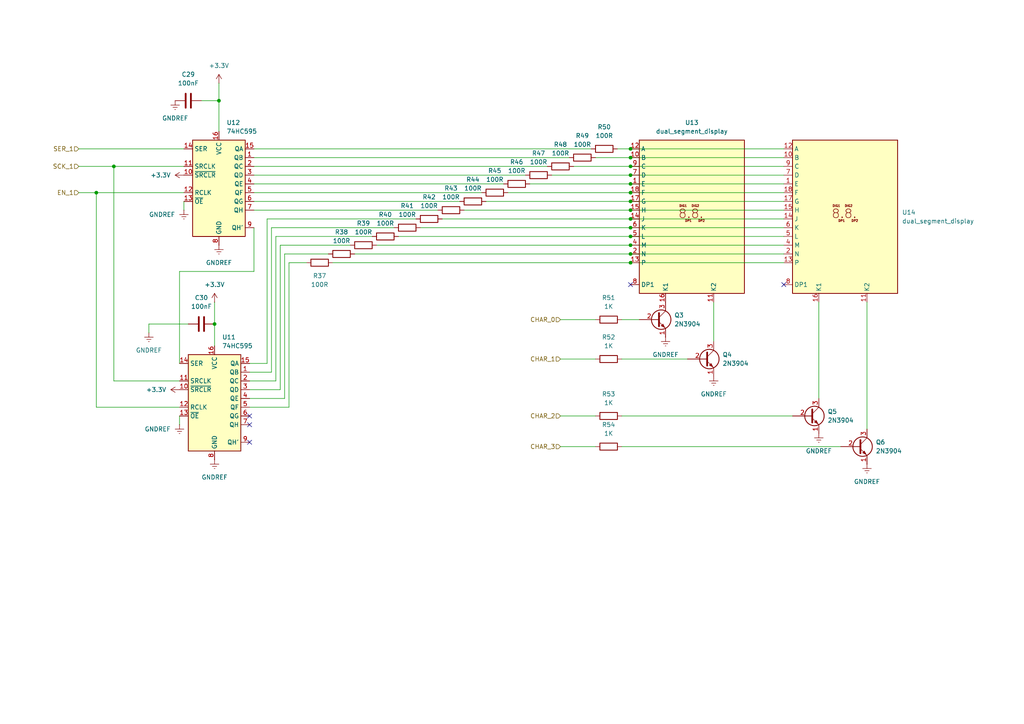
<source format=kicad_sch>
(kicad_sch (version 20231120) (generator "eeschema") (generator_version "8.0")
  (paper "A4")
  (lib_symbols
    (symbol "74xx:74HC595"
      (property "Reference" "U" (at -7.62 13.97 0))
      (property "Value" "74HC595" (at -7.62 -16.51 0))
      (symbol "74HC595_1_0"
        (pin tri_state line (at 10.16 7.62 180) (length 2.54) (name "QB") (number "1"))
        (pin input line (at -10.16 2.54 0) (length 2.54) (name "~{SRCLR}") (number "10"))
        (pin input line (at -10.16 5.08 0) (length 2.54) (name "SRCLK") (number "11"))
        (pin input line (at -10.16 -2.54 0) (length 2.54) (name "RCLK") (number "12"))
        (pin input line (at -10.16 -5.08 0) (length 2.54) (name "~{OE}") (number "13"))
        (pin input line (at -10.16 10.16 0) (length 2.54) (name "SER") (number "14"))
        (pin tri_state line (at 10.16 10.16 180) (length 2.54) (name "QA") (number "15"))
        (pin power_in line (at 0 15.24 270) (length 2.54) (name "VCC") (number "16"))
        (pin tri_state line (at 10.16 5.08 180) (length 2.54) (name "QC") (number "2"))
        (pin tri_state line (at 10.16 2.54 180) (length 2.54) (name "QD") (number "3"))
        (pin tri_state line (at 10.16 0 180) (length 2.54) (name "QE") (number "4"))
        (pin tri_state line (at 10.16 -2.54 180) (length 2.54) (name "QF") (number "5"))
        (pin tri_state line (at 10.16 -5.08 180) (length 2.54) (name "QG") (number "6"))
        (pin tri_state line (at 10.16 -7.62 180) (length 2.54) (name "QH") (number "7"))
        (pin power_in line (at 0 -17.78 90) (length 2.54) (name "GND") (number "8"))
        (pin output line (at 10.16 -12.7 180) (length 2.54) (name "QH'") (number "9"))
      )
      (symbol "74HC595_1_1"
        (rectangle (start -7.62 12.7) (end 7.62 -15.24) (stroke (width 0.254)) (fill (type background)))
      )
    )
    (symbol "Device:C" (pin_numbers hide) (pin_names (offset 0.254))
      (property "Reference" "C" (at 0.635 2.54 0))
      (property "Value" "C" (at 0.635 -2.54 0))
      (symbol "C_0_1"
        (polyline (pts (xy -2.032 -0.762) (xy 2.032 -0.762)) (stroke (width 0.508)))
        (polyline (pts (xy -2.032 0.762) (xy 2.032 0.762)) (stroke (width 0.508)))
      )
      (symbol "C_1_1"
        (pin passive line (at 0 3.81 270) (length 2.794) (name "~") (number "1"))
        (pin passive line (at 0 -3.81 90) (length 2.794) (name "~") (number "2"))
      )
    )
    (symbol "Transistor_BJT:2N3904" (pin_names (offset 0) hide)
      (property "Reference" "Q" (at 5.08 1.905 0))
      (property "Value" "2N3904" (at 5.08 0 0))
      (symbol "2N3904_0_1"
        (polyline (pts (xy 0.635 0.635) (xy 2.54 2.54)))
        (polyline (pts (xy 0.635 -0.635) (xy 2.54 -2.54) (xy 2.54 -2.54)))
        (polyline (pts (xy 0.635 1.905) (xy 0.635 -1.905) (xy 0.635 -1.905)) (stroke (width 0.508)))
        (polyline (pts (xy 1.27 -1.778) (xy 1.778 -1.27) (xy 2.286 -2.286) (xy 1.27 -1.778) (xy 1.27 -1.778)) (fill (type outline)))
        (circle (center 1.27 0) (radius 2.8194) (stroke (width 0.254)))
      )
      (symbol "2N3904_1_1"
        (pin passive line (at 2.54 -5.08 90) (length 2.54) (name "E") (number "1"))
        (pin passive line (at -5.08 0 0) (length 5.715) (name "B") (number "2"))
        (pin passive line (at 2.54 5.08 270) (length 2.54) (name "C") (number "3"))
      )
    )
    (symbol "power:+3.3V" (power) (pin_numbers hide) (pin_names (offset 0) hide)
      (property "Value" "+3.3V" (at 0 3.556 0))
      (symbol "+3.3V_0_1"
        (polyline (pts (xy -0.762 1.27) (xy 0 2.54)))
        (polyline (pts (xy 0 0) (xy 0 2.54)))
        (polyline (pts (xy 0 2.54) (xy 0.762 1.27)))
      )
      (symbol "+3.3V_1_1"
        (pin power_in line (at 0 0 90) (length 0) (name "~") (number "1"))
      )
    )
    (symbol "power:GNDREF" (power) (pin_numbers hide) (pin_names (offset 0) hide)
      (property "Value" "GNDREF" (at 0 -3.81 0))
      (symbol "GNDREF_0_1"
        (polyline (pts (xy -0.635 -1.905) (xy 0.635 -1.905)))
        (polyline (pts (xy -0.127 -2.54) (xy 0.127 -2.54)))
        (polyline (pts (xy 0 -1.27) (xy 0 0)))
        (polyline (pts (xy 1.27 -1.27) (xy -1.27 -1.27)))
      )
      (symbol "GNDREF_1_1"
        (pin power_in line (at 0 0 270) (length 0) (name "~") (number "1"))
      )
    )
    (symbol "synth:R_Default" (pin_numbers hide) (pin_names (offset 0))
      (property "Reference" "R" (at -2.032 0 90))
      (property "Value" "R1" (at 2.032 0 90))
      (symbol "R_Default_0_1"
        (rectangle (start 1.016 -2.54) (end -1.016 2.54) (stroke (width 0.254)))
      )
      (symbol "R_Default_1_1"
        (pin passive line (at 0 -3.81 90) (length 1.27) (name "~") (number "1"))
        (pin passive line (at 0 3.81 270) (length 1.27) (name "~") (number "2"))
      )
    )
    (symbol "synth:dual_segment_display"
      (property "Reference" "U" (at -11.43 13.97 0))
      (property "Value" "dual_segment_display" (at 12.065 13.97 0))
      (symbol "dual_segment_display_0_0"
        (text "8.8." (at 2.286 -8.636 0) (effects (font (size 2.54 2.54))))
        (text "DIG1" (at 0 -6.35 0) (effects (font (size 0.635 0.635))))
        (text "DIG2" (at 3.556 -6.35 0) (effects (font (size 0.635 0.635))))
        (text "DP1" (at 1.524 -10.668 0) (effects (font (size 0.635 0.635))))
        (text "DP2" (at 5.334 -10.668 0) (effects (font (size 0.635 0.635))))
      )
      (symbol "dual_segment_display_0_1"
        (rectangle (start -12.7 12.7) (end 17.78 -31.75) (stroke (width 0.254)) (fill (type background)))
      )
      (symbol "dual_segment_display_1_1"
        (pin input line (at -15.24 0 0) (length 2.54) (name "E") (number "1"))
        (pin input line (at -15.24 7.62 0) (length 2.54) (name "B") (number "10"))
        (pin input line (at 8.89 -34.29 90) (length 2.54) (name "K2") (number "11"))
        (pin input line (at -15.24 10.16 0) (length 2.54) (name "A") (number "12"))
        (pin input line (at -15.24 -22.86 0) (length 2.54) (name "P") (number "13"))
        (pin input line (at -15.24 -10.16 0) (length 2.54) (name "J") (number "14"))
        (pin input line (at -15.24 -7.62 0) (length 2.54) (name "H") (number "15"))
        (pin input line (at -5.08 -34.29 90) (length 2.54) (name "K1") (number "16"))
        (pin input line (at -15.24 -5.08 0) (length 2.54) (name "G") (number "17"))
        (pin input line (at -15.24 -2.54 0) (length 2.54) (name "F") (number "18"))
        (pin input line (at -15.24 -20.32 0) (length 2.54) (name "N") (number "2"))
        (pin input line (at -15.24 -17.78 0) (length 2.54) (name "M") (number "4"))
        (pin input line (at -15.24 -15.24 0) (length 2.54) (name "L") (number "5"))
        (pin input line (at -15.24 -12.7 0) (length 2.54) (name "K") (number "6"))
        (pin input line (at -15.24 2.54 0) (length 2.54) (name "D") (number "7"))
        (pin input line (at -15.24 -29.21 0) (length 2.54) (name "DP1") (number "8"))
        (pin input line (at -15.24 5.08 0) (length 2.54) (name "C") (number "9"))
      )
    )
  )
  (junction (at 182.88 73.66))
  (junction (at 182.88 66.04))
  (junction (at 182.88 76.2))
  (junction (at 182.88 50.8))
  (junction (at 182.88 43.18))
  (junction (at 182.88 63.5))
  (junction (at 182.88 68.58))
  (junction (at 62.23 93.98))
  (junction (at 182.88 48.26))
  (junction (at 182.88 55.88))
  (junction (at 182.88 71.12))
  (junction (at 27.94 55.88))
  (junction (at 182.88 53.34))
  (junction (at 182.88 45.72))
  (junction (at 182.88 58.42))
  (junction (at 63.5 29.21))
  (junction (at 182.88 60.96))
  (junction (at 33.02 48.26))
  (no_connect (at 72.39 120.65))
  (no_connect (at 72.39 128.27))
  (no_connect (at 182.88 82.55))
  (no_connect (at 227.33 82.55))
  (no_connect (at 72.39 123.19))
  (wire (pts (xy 73.66 50.8) (xy 152.4 50.8)))
  (wire (pts (xy 96.52 76.2) (xy 182.88 76.2)))
  (wire (pts (xy 182.88 58.42) (xy 227.33 58.42)))
  (wire (pts (xy 80.01 110.49) (xy 80.01 68.58)))
  (wire (pts (xy 58.42 29.21) (xy 63.5 29.21)))
  (wire (pts (xy 162.56 129.54) (xy 172.72 129.54)))
  (wire (pts (xy 77.47 63.5) (xy 120.65 63.5)))
  (wire (pts (xy 182.88 73.66) (xy 227.33 73.66)))
  (wire (pts (xy 43.18 96.52) (xy 43.18 93.98)))
  (wire (pts (xy 73.66 78.74) (xy 52.07 78.74)))
  (wire (pts (xy 82.55 115.57) (xy 82.55 73.66)))
  (wire (pts (xy 22.86 48.26) (xy 33.02 48.26)))
  (wire (pts (xy 72.39 113.03) (xy 81.28 113.03)))
  (wire (pts (xy 182.88 43.18) (xy 227.33 43.18)))
  (wire (pts (xy 102.87 73.66) (xy 182.88 73.66)))
  (wire (pts (xy 162.56 104.14) (xy 172.72 104.14)))
  (wire (pts (xy 162.56 92.71) (xy 172.72 92.71)))
  (wire (pts (xy 182.88 55.88) (xy 227.33 55.88)))
  (wire (pts (xy 180.34 120.65) (xy 229.87 120.65)))
  (wire (pts (xy 121.92 66.04) (xy 182.88 66.04)))
  (wire (pts (xy 182.88 60.96) (xy 227.33 60.96)))
  (wire (pts (xy 172.72 45.72) (xy 182.88 45.72)))
  (wire (pts (xy 179.07 43.18) (xy 182.88 43.18)))
  (wire (pts (xy 33.02 48.26) (xy 53.34 48.26)))
  (wire (pts (xy 182.88 53.34) (xy 227.33 53.34)))
  (wire (pts (xy 22.86 43.18) (xy 53.34 43.18)))
  (wire (pts (xy 182.88 76.2) (xy 227.33 76.2)))
  (wire (pts (xy 207.01 99.06) (xy 207.01 87.63)))
  (wire (pts (xy 72.39 118.11) (xy 83.82 118.11)))
  (wire (pts (xy 43.18 93.98) (xy 54.61 93.98)))
  (wire (pts (xy 72.39 105.41) (xy 77.47 105.41)))
  (wire (pts (xy 78.74 66.04) (xy 114.3 66.04)))
  (wire (pts (xy 83.82 76.2) (xy 88.9 76.2)))
  (wire (pts (xy 180.34 104.14) (xy 199.39 104.14)))
  (wire (pts (xy 182.88 63.5) (xy 227.33 63.5)))
  (wire (pts (xy 22.86 55.88) (xy 27.94 55.88)))
  (wire (pts (xy 63.5 24.13) (xy 63.5 29.21)))
  (wire (pts (xy 166.37 48.26) (xy 182.88 48.26)))
  (wire (pts (xy 251.46 124.46) (xy 251.46 87.63)))
  (wire (pts (xy 33.02 48.26) (xy 33.02 110.49)))
  (wire (pts (xy 182.88 48.26) (xy 227.33 48.26)))
  (wire (pts (xy 73.66 48.26) (xy 158.75 48.26)))
  (wire (pts (xy 109.22 71.12) (xy 182.88 71.12)))
  (wire (pts (xy 81.28 113.03) (xy 81.28 71.12)))
  (wire (pts (xy 128.27 63.5) (xy 182.88 63.5)))
  (wire (pts (xy 73.66 55.88) (xy 139.7 55.88)))
  (wire (pts (xy 72.39 110.49) (xy 80.01 110.49)))
  (wire (pts (xy 72.39 115.57) (xy 82.55 115.57)))
  (wire (pts (xy 63.5 29.21) (xy 63.5 38.1)))
  (wire (pts (xy 27.94 55.88) (xy 27.94 118.11)))
  (wire (pts (xy 27.94 118.11) (xy 52.07 118.11)))
  (wire (pts (xy 83.82 118.11) (xy 83.82 76.2)))
  (wire (pts (xy 77.47 105.41) (xy 77.47 63.5)))
  (wire (pts (xy 72.39 107.95) (xy 78.74 107.95)))
  (wire (pts (xy 180.34 92.71) (xy 185.42 92.71)))
  (wire (pts (xy 73.66 53.34) (xy 146.05 53.34)))
  (wire (pts (xy 53.34 60.96) (xy 53.34 58.42)))
  (wire (pts (xy 147.32 55.88) (xy 182.88 55.88)))
  (wire (pts (xy 180.34 129.54) (xy 243.84 129.54)))
  (wire (pts (xy 73.66 60.96) (xy 127 60.96)))
  (wire (pts (xy 62.23 93.98) (xy 62.23 100.33)))
  (wire (pts (xy 52.07 78.74) (xy 52.07 105.41)))
  (wire (pts (xy 153.67 53.34) (xy 182.88 53.34)))
  (wire (pts (xy 52.07 123.19) (xy 52.07 120.65)))
  (wire (pts (xy 73.66 45.72) (xy 165.1 45.72)))
  (wire (pts (xy 182.88 68.58) (xy 227.33 68.58)))
  (wire (pts (xy 62.23 87.63) (xy 62.23 93.98)))
  (wire (pts (xy 160.02 50.8) (xy 182.88 50.8)))
  (wire (pts (xy 115.57 68.58) (xy 182.88 68.58)))
  (wire (pts (xy 182.88 66.04) (xy 227.33 66.04)))
  (wire (pts (xy 78.74 107.95) (xy 78.74 66.04)))
  (wire (pts (xy 33.02 110.49) (xy 52.07 110.49)))
  (wire (pts (xy 81.28 71.12) (xy 101.6 71.12)))
  (wire (pts (xy 73.66 43.18) (xy 171.45 43.18)))
  (wire (pts (xy 134.62 60.96) (xy 182.88 60.96)))
  (wire (pts (xy 237.49 115.57) (xy 237.49 87.63)))
  (wire (pts (xy 162.56 120.65) (xy 172.72 120.65)))
  (wire (pts (xy 182.88 50.8) (xy 227.33 50.8)))
  (wire (pts (xy 182.88 45.72) (xy 227.33 45.72)))
  (wire (pts (xy 82.55 73.66) (xy 95.25 73.66)))
  (wire (pts (xy 73.66 66.04) (xy 73.66 78.74)))
  (wire (pts (xy 80.01 68.58) (xy 107.95 68.58)))
  (wire (pts (xy 73.66 58.42) (xy 133.35 58.42)))
  (wire (pts (xy 140.97 58.42) (xy 182.88 58.42)))
  (wire (pts (xy 27.94 55.88) (xy 53.34 55.88)))
  (wire (pts (xy 182.88 71.12) (xy 227.33 71.12)))
  (hierarchical_label "CHAR_0" (shape input) (at 162.56 92.71 180))
  (hierarchical_label "SER_1" (shape input) (at 22.86 43.18 180))
  (hierarchical_label "EN_1" (shape input) (at 22.86 55.88 180))
  (hierarchical_label "SCK_1" (shape input) (at 22.86 48.26 180))
  (hierarchical_label "CHAR_3" (shape input) (at 162.56 129.54 180))
  (hierarchical_label "CHAR_2" (shape input) (at 162.56 120.65 180))
  (hierarchical_label "CHAR_1" (shape input) (at 162.56 104.14 180))
  (symbol (lib_id "power:GNDREF") (at 43.18 96.52 0) (unit 1)
    (property "Reference" "#PWR085" (effects (hide yes)))
    (property "Value" "GNDREF" (at 43.18 101.6 0))
    (property "Description" "Power symbol creates a global label with name \"GNDREF\" , reference supply ground" (effects (hide yes)))
  )
  (symbol (lib_id "synth:R_Default") (at 124.46 63.5 90) (unit 1)
    (property "Reference" "R42" (at 124.46 57.15 90))
    (property "Value" "100R" (at 124.46 59.69 90))
    (property "Footprint" "Synth:R_Default (DIN0207)" (effects (hide yes)))
    (property "Description" "Resistor" (effects (hide yes)))
  )
  (symbol (lib_id "power:GNDREF") (at 53.34 60.96 0) (unit 1)
    (property "Reference" "#PWR090" (effects (hide yes)))
    (property "Value" "GNDREF" (at 50.8 62.2299 0) (effects (justify right)))
    (property "Description" "Power symbol creates a global label with name \"GNDREF\" , reference supply ground" (effects (hide yes)))
  )
  (symbol (lib_id "synth:R_Default") (at 149.86 53.34 90) (unit 1)
    (property "Reference" "R46" (at 149.86 46.99 90))
    (property "Value" "100R" (at 149.86 49.53 90))
    (property "Footprint" "Synth:R_Default (DIN0207)" (effects (hide yes)))
    (property "Description" "Resistor" (effects (hide yes)))
  )
  (symbol (lib_id "power:+3.3V") (at 63.5 24.13 0) (unit 1)
    (property "Reference" "#PWR093" (effects (hide yes)))
    (property "Value" "+3.3V" (at 63.5 19.05 0))
    (property "Description" "Power symbol creates a global label with name \"+3.3V\"" (effects (hide yes)))
  )
  (symbol (lib_id "Device:C") (at 54.61 29.21 90) (unit 1)
    (property "Reference" "C29" (at 54.61 21.59 90))
    (property "Value" "100nF" (at 54.61 24.13 90))
    (property "Footprint" "Capacitor_THT:C_Disc_D7.0mm_W2.5mm_P5.00mm" (effects (hide yes)))
    (property "Description" "Unpolarized capacitor" (effects (hide yes)))
  )
  (symbol (lib_id "74xx:74HC595") (at 63.5 53.34 0) (unit 1)
    (property "Reference" "U12" (at 65.6941 35.56 0) (effects (justify left)))
    (property "Value" "74HC595" (at 65.6941 38.1 0) (effects (justify left)))
    (property "Footprint" "Package_DIP:DIP-16_W7.62mm_Socket_LongPads" (effects (hide yes)))
    (property "Datasheet" "http://www.ti.com/lit/ds/symlink/sn74hc595.pdf" (effects (hide yes)))
    (property "Description" "8-bit serial in/out Shift Register 3-State Outputs" (effects (hide yes)))
  )
  (symbol (lib_id "synth:R_Default") (at 130.81 60.96 90) (unit 1)
    (property "Reference" "R43" (at 130.81 54.61 90))
    (property "Value" "100R" (at 130.81 57.15 90))
    (property "Footprint" "Synth:R_Default (DIN0207)" (effects (hide yes)))
    (property "Description" "Resistor" (effects (hide yes)))
  )
  (symbol (lib_id "synth:R_Default") (at 105.41 71.12 90) (unit 1)
    (property "Reference" "R39" (at 105.41 64.77 90))
    (property "Value" "100R" (at 105.41 67.31 90))
    (property "Footprint" "Synth:R_Default (DIN0207)" (effects (hide yes)))
    (property "Description" "Resistor" (effects (hide yes)))
  )
  (symbol (lib_id "power:GNDREF") (at 193.04 97.79 0) (unit 1)
    (property "Reference" "#PWR095" (effects (hide yes)))
    (property "Value" "GNDREF" (at 193.04 102.87 0))
    (property "Description" "Power symbol creates a global label with name \"GNDREF\" , reference supply ground" (effects (hide yes)))
  )
  (symbol (lib_id "Transistor_BJT:2N3904") (at 248.92 129.54 0) (unit 1)
    (property "Reference" "Q6" (at 254 128.2699 0) (effects (justify left)))
    (property "Value" "2N3904" (at 254 130.8099 0) (effects (justify left)))
    (property "Footprint" "Package_TO_SOT_THT:TO-92_Inline" (effects (hide yes)))
    (property "Datasheet" "https://www.onsemi.com/pub/Collateral/2N3903-D.PDF" (effects (hide yes)))
    (property "Description" "0.2A Ic, 40V Vce, Small Signal NPN Transistor, TO-92" (effects (hide yes)))
  )
  (symbol (lib_id "synth:R_Default") (at 176.53 104.14 90) (unit 1)
    (property "Reference" "R52" (at 176.53 97.79 90))
    (property "Value" "1K" (at 176.53 100.33 90))
    (property "Footprint" "Synth:R_Default (DIN0207)" (effects (hide yes)))
    (property "Description" "Resistor" (effects (hide yes)))
  )
  (symbol (lib_id "synth:R_Default") (at 162.56 48.26 90) (unit 1)
    (property "Reference" "R48" (at 162.56 41.91 90))
    (property "Value" "100R" (at 162.56 44.45 90))
    (property "Footprint" "Synth:R_Default (DIN0207)" (effects (hide yes)))
    (property "Description" "Resistor" (effects (hide yes)))
  )
  (symbol (lib_id "synth:R_Default") (at 111.76 68.58 90) (unit 1)
    (property "Reference" "R40" (at 111.76 62.23 90))
    (property "Value" "100R" (at 111.76 64.77 90))
    (property "Footprint" "Synth:R_Default (DIN0207)" (effects (hide yes)))
    (property "Description" "Resistor" (effects (hide yes)))
  )
  (symbol (lib_id "power:GNDREF") (at 50.8 29.21 0) (unit 1)
    (property "Reference" "#PWR086" (effects (hide yes)))
    (property "Value" "GNDREF" (at 50.8 34.29 0))
    (property "Description" "Power symbol creates a global label with name \"GNDREF\" , reference supply ground" (effects (hide yes)))
  )
  (symbol (lib_id "Transistor_BJT:2N3904") (at 234.95 120.65 0) (unit 1)
    (property "Reference" "Q5" (at 240.03 119.3799 0) (effects (justify left)))
    (property "Value" "2N3904" (at 240.03 121.9199 0) (effects (justify left)))
    (property "Footprint" "Package_TO_SOT_THT:TO-92_Inline" (effects (hide yes)))
    (property "Datasheet" "https://www.onsemi.com/pub/Collateral/2N3903-D.PDF" (effects (hide yes)))
    (property "Description" "0.2A Ic, 40V Vce, Small Signal NPN Transistor, TO-92" (effects (hide yes)))
  )
  (symbol (lib_id "synth:R_Default") (at 92.71 76.2 90) (unit 1)
    (property "Reference" "R37" (at 92.71 80.01 90))
    (property "Value" "100R" (at 92.71 82.55 90))
    (property "Footprint" "Synth:R_Default (DIN0207)" (effects (hide yes)))
    (property "Description" "Resistor" (effects (hide yes)))
  )
  (symbol (lib_id "74xx:74HC595") (at 62.23 115.57 0) (unit 1)
    (property "Reference" "U11" (at 64.4241 97.79 0) (effects (justify left)))
    (property "Value" "74HC595" (at 64.4241 100.33 0) (effects (justify left)))
    (property "Footprint" "Package_DIP:DIP-16_W7.62mm_Socket_LongPads" (effects (hide yes)))
    (property "Datasheet" "http://www.ti.com/lit/ds/symlink/sn74hc595.pdf" (effects (hide yes)))
    (property "Description" "8-bit serial in/out Shift Register 3-State Outputs" (effects (hide yes)))
  )
  (symbol (lib_id "power:GNDREF") (at 207.01 109.22 0) (unit 1)
    (property "Reference" "#PWR096" (effects (hide yes)))
    (property "Value" "GNDREF" (at 207.01 114.3 0))
    (property "Description" "Power symbol creates a global label with name \"GNDREF\" , reference supply ground" (effects (hide yes)))
  )
  (symbol (lib_id "synth:R_Default") (at 176.53 120.65 90) (unit 1)
    (property "Reference" "R53" (at 176.53 114.3 90))
    (property "Value" "1K" (at 176.53 116.84 90))
    (property "Footprint" "Synth:R_Default (DIN0207)" (effects (hide yes)))
    (property "Description" "Resistor" (effects (hide yes)))
  )
  (symbol (lib_id "power:+3.3V") (at 53.34 50.8 90) (unit 1)
    (property "Reference" "#PWR089" (effects (hide yes)))
    (property "Value" "+3.3V" (at 49.53 50.7999 90) (effects (justify left)))
    (property "Description" "Power symbol creates a global label with name \"+3.3V\"" (effects (hide yes)))
  )
  (symbol (lib_id "synth:R_Default") (at 99.06 73.66 90) (unit 1)
    (property "Reference" "R38" (at 99.06 67.31 90))
    (property "Value" "100R" (at 99.06 69.85 90))
    (property "Footprint" "Synth:R_Default (DIN0207)" (effects (hide yes)))
    (property "Description" "Resistor" (effects (hide yes)))
  )
  (symbol (lib_id "synth:dual_segment_display") (at 198.12 53.34 0) (unit 1)
    (property "Reference" "U13" (at 200.66 35.56 0))
    (property "Value" "dual_segment_display" (at 200.66 38.1 0))
    (property "Footprint" "Display_7Segment:DA56-11CGKWA" (effects (hide yes)))
    (property "Datasheet" "http://www.kingbright.com/attachments/file/psearch/000/00/00/DC56-11CGKWA(Ver.7A).pdf" (effects (hide yes)))
    (property "Description" "Double digit 7 segment green LED common cathode" (effects (hide yes)))
  )
  (symbol (lib_id "power:GNDREF") (at 62.23 133.35 0) (unit 1)
    (property "Reference" "#PWR092" (effects (hide yes)))
    (property "Value" "GNDREF" (at 62.23 138.43 0))
    (property "Description" "Power symbol creates a global label with name \"GNDREF\" , reference supply ground" (effects (hide yes)))
  )
  (symbol (lib_id "synth:R_Default") (at 175.26 43.18 90) (unit 1)
    (property "Reference" "R50" (at 175.26 36.83 90))
    (property "Value" "100R" (at 175.26 39.37 90))
    (property "Footprint" "Synth:R_Default (DIN0207)" (effects (hide yes)))
    (property "Description" "Resistor" (effects (hide yes)))
  )
  (symbol (lib_id "Device:C") (at 58.42 93.98 90) (unit 1)
    (property "Reference" "C30" (at 58.42 86.36 90))
    (property "Value" "100nF" (at 58.42 88.9 90))
    (property "Footprint" "Capacitor_THT:C_Disc_D7.0mm_W2.5mm_P5.00mm" (effects (hide yes)))
    (property "Description" "Unpolarized capacitor" (effects (hide yes)))
  )
  (symbol (lib_id "synth:R_Default") (at 156.21 50.8 90) (unit 1)
    (property "Reference" "R47" (at 156.21 44.45 90))
    (property "Value" "100R" (at 156.21 46.99 90))
    (property "Footprint" "Synth:R_Default (DIN0207)" (effects (hide yes)))
    (property "Description" "Resistor" (effects (hide yes)))
  )
  (symbol (lib_id "synth:R_Default") (at 137.16 58.42 90) (unit 1)
    (property "Reference" "R44" (at 137.16 52.07 90))
    (property "Value" "100R" (at 137.16 54.61 90))
    (property "Footprint" "Synth:R_Default (DIN0207)" (effects (hide yes)))
    (property "Description" "Resistor" (effects (hide yes)))
  )
  (symbol (lib_id "synth:R_Default") (at 176.53 92.71 90) (unit 1)
    (property "Reference" "R51" (at 176.53 86.36 90))
    (property "Value" "1K" (at 176.53 88.9 90))
    (property "Footprint" "Synth:R_Default (DIN0207)" (effects (hide yes)))
    (property "Description" "Resistor" (effects (hide yes)))
  )
  (symbol (lib_id "power:+3.3V") (at 62.23 87.63 0) (unit 1)
    (property "Reference" "#PWR091" (effects (hide yes)))
    (property "Value" "+3.3V" (at 62.23 82.55 0))
    (property "Description" "Power symbol creates a global label with name \"+3.3V\"" (effects (hide yes)))
  )
  (symbol (lib_id "Transistor_BJT:2N3904") (at 204.47 104.14 0) (unit 1)
    (property "Reference" "Q4" (at 209.55 102.8699 0) (effects (justify left)))
    (property "Value" "2N3904" (at 209.55 105.4099 0) (effects (justify left)))
    (property "Footprint" "Package_TO_SOT_THT:TO-92_Inline" (effects (hide yes)))
    (property "Datasheet" "https://www.onsemi.com/pub/Collateral/2N3903-D.PDF" (effects (hide yes)))
    (property "Description" "0.2A Ic, 40V Vce, Small Signal NPN Transistor, TO-92" (effects (hide yes)))
  )
  (symbol (lib_id "synth:R_Default") (at 176.53 129.54 90) (unit 1)
    (property "Reference" "R54" (at 176.53 123.19 90))
    (property "Value" "1K" (at 176.53 125.73 90))
    (property "Footprint" "Synth:R_Default (DIN0207)" (effects (hide yes)))
    (property "Description" "Resistor" (effects (hide yes)))
  )
  (symbol (lib_id "synth:R_Default") (at 118.11 66.04 90) (unit 1)
    (property "Reference" "R41" (at 118.11 59.69 90))
    (property "Value" "100R" (at 118.11 62.23 90))
    (property "Footprint" "Synth:R_Default (DIN0207)" (effects (hide yes)))
    (property "Description" "Resistor" (effects (hide yes)))
  )
  (symbol (lib_id "power:GNDREF") (at 237.49 125.73 0) (unit 1)
    (property "Reference" "#PWR097" (effects (hide yes)))
    (property "Value" "GNDREF" (at 237.49 130.81 0))
    (property "Description" "Power symbol creates a global label with name \"GNDREF\" , reference supply ground" (effects (hide yes)))
  )
  (symbol (lib_id "power:GNDREF") (at 251.46 134.62 0) (unit 1)
    (property "Reference" "#PWR098" (effects (hide yes)))
    (property "Value" "GNDREF" (at 251.46 139.7 0))
    (property "Description" "Power symbol creates a global label with name \"GNDREF\" , reference supply ground" (effects (hide yes)))
  )
  (symbol (lib_id "power:GNDREF") (at 63.5 71.12 0) (unit 1)
    (property "Reference" "#PWR094" (effects (hide yes)))
    (property "Value" "GNDREF" (at 63.5 76.2 0))
    (property "Description" "Power symbol creates a global label with name \"GNDREF\" , reference supply ground" (effects (hide yes)))
  )
  (symbol (lib_id "Transistor_BJT:2N3904") (at 190.5 92.71 0) (unit 1)
    (property "Reference" "Q3" (at 195.58 91.4399 0) (effects (justify left)))
    (property "Value" "2N3904" (at 195.58 93.9799 0) (effects (justify left)))
    (property "Footprint" "Package_TO_SOT_THT:TO-92_Inline" (effects (hide yes)))
    (property "Datasheet" "https://www.onsemi.com/pub/Collateral/2N3903-D.PDF" (effects (hide yes)))
    (property "Description" "0.2A Ic, 40V Vce, Small Signal NPN Transistor, TO-92" (effects (hide yes)))
  )
  (symbol (lib_id "power:GNDREF") (at 52.07 123.19 0) (unit 1)
    (property "Reference" "#PWR088" (effects (hide yes)))
    (property "Value" "GNDREF" (at 49.53 124.4599 0) (effects (justify right)))
    (property "Description" "Power symbol creates a global label with name \"GNDREF\" , reference supply ground" (effects (hide yes)))
  )
  (symbol (lib_id "synth:R_Default") (at 168.91 45.72 90) (unit 1)
    (property "Reference" "R49" (at 168.91 39.37 90))
    (property "Value" "100R" (at 168.91 41.91 90))
    (property "Footprint" "Synth:R_Default (DIN0207)" (effects (hide yes)))
    (property "Description" "Resistor" (effects (hide yes)))
  )
  (symbol (lib_id "power:+3.3V") (at 52.07 113.03 90) (unit 1)
    (property "Reference" "#PWR087" (effects (hide yes)))
    (property "Value" "+3.3V" (at 48.26 113.0299 90) (effects (justify left)))
    (property "Description" "Power symbol creates a global label with name \"+3.3V\"" (effects (hide yes)))
  )
  (symbol (lib_id "synth:dual_segment_display") (at 242.57 53.34 0) (unit 1)
    (property "Reference" "U14" (at 261.62 61.5949 0) (effects (justify left)))
    (property "Value" "dual_segment_display" (at 261.62 64.1349 0) (effects (justify left)))
    (property "Footprint" "Display_7Segment:DA56-11CGKWA" (effects (hide yes)))
    (property "Datasheet" "http://www.kingbright.com/attachments/file/psearch/000/00/00/DC56-11CGKWA(Ver.7A).pdf" (effects (hide yes)))
    (property "Description" "Double digit 7 segment green LED common cathode" (effects (hide yes)))
  )
  (symbol (lib_id "synth:R_Default") (at 143.51 55.88 90) (unit 1)
    (property "Reference" "R45" (at 143.51 49.53 90))
    (property "Value" "100R" (at 143.51 52.07 90))
    (property "Footprint" "Synth:R_Default (DIN0207)" (effects (hide yes)))
    (property "Description" "Resistor" (effects (hide yes)))
  )
)
</source>
